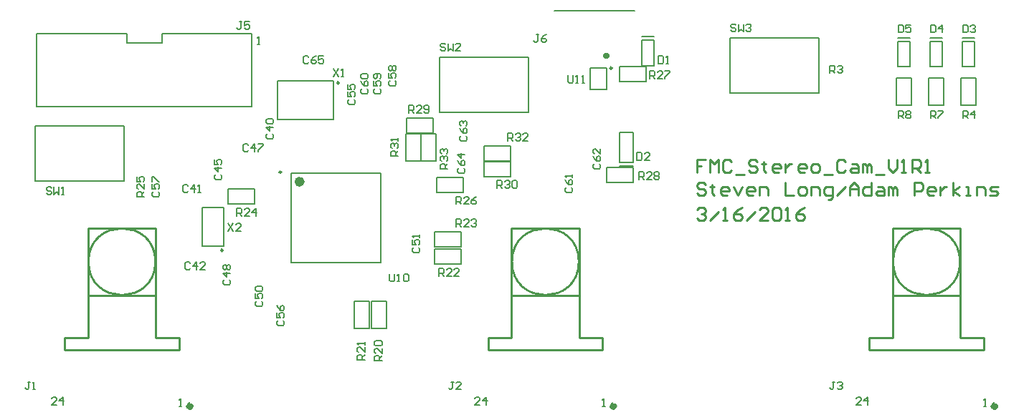
<source format=gto>
G04 Layer_Color=65535*
%FSLAX25Y25*%
%MOIN*%
G70*
G01*
G75*
%ADD29C,0.00800*%
%ADD30C,0.02500*%
%ADD32C,0.01000*%
%ADD33C,0.00700*%
%ADD49C,0.00787*%
%ADD58C,0.00984*%
%ADD59C,0.02362*%
%ADD60C,0.00689*%
%ADD61C,0.02756*%
%ADD62C,0.00600*%
D29*
X47000Y253100D02*
X147000D01*
X88750Y282500D02*
X105250D01*
X47000Y253100D02*
Y286900D01*
X105250D02*
X147000D01*
X47000D02*
X88750D01*
Y282500D02*
Y286900D01*
X105250Y282500D02*
Y286900D01*
X147000Y253100D02*
Y286900D01*
D30*
X118524Y113354D02*
G03*
X118524Y113354I-500J0D01*
G01*
X315374D02*
G03*
X315374Y113354I-500J0D01*
G01*
X492539D02*
G03*
X492539Y113354I-500J0D01*
G01*
D32*
X102079Y180677D02*
G03*
X102079Y180677I-15551J0D01*
G01*
X298929D02*
G03*
X298929Y180677I-15551J0D01*
G01*
X476094D02*
G03*
X476094Y180677I-15551J0D01*
G01*
X70780Y196425D02*
X102276D01*
Y164929D02*
Y196425D01*
X70780Y164929D02*
Y196425D01*
Y164929D02*
X102276D01*
Y145244D02*
X113102D01*
X59953D02*
X70780D01*
X102276D02*
Y164929D01*
X70780Y145244D02*
Y164929D01*
X113102Y139732D02*
Y145244D01*
X59953Y139732D02*
Y145244D01*
Y139732D02*
X113102D01*
X267630Y196425D02*
X299126D01*
Y164929D02*
Y196425D01*
X267630Y164929D02*
Y196425D01*
Y164929D02*
X299126D01*
Y145244D02*
X309953D01*
X256803D02*
X267630D01*
X299126D02*
Y164929D01*
X267630Y145244D02*
Y164929D01*
X309953Y139732D02*
Y145244D01*
X256803Y139732D02*
Y145244D01*
Y139732D02*
X309953D01*
X444795Y196425D02*
X476291D01*
Y164929D02*
Y196425D01*
X444795Y164929D02*
Y196425D01*
Y164929D02*
X476291D01*
Y145244D02*
X487118D01*
X433968D02*
X444795D01*
X476291D02*
Y164929D01*
X444795Y145244D02*
Y164929D01*
X487118Y139732D02*
Y145244D01*
X433968Y139732D02*
Y145244D01*
Y139732D02*
X487118D01*
X357999Y228192D02*
X354000D01*
Y225193D01*
X355999D01*
X354000D01*
Y222194D01*
X359998D02*
Y228192D01*
X361997Y226193D01*
X363997Y228192D01*
Y222194D01*
X369995Y227193D02*
X368995Y228192D01*
X366996D01*
X365996Y227193D01*
Y223194D01*
X366996Y222194D01*
X368995D01*
X369995Y223194D01*
X371994Y221195D02*
X375993D01*
X381991Y227193D02*
X380991Y228192D01*
X378992D01*
X377992Y227193D01*
Y226193D01*
X378992Y225193D01*
X380991D01*
X381991Y224194D01*
Y223194D01*
X380991Y222194D01*
X378992D01*
X377992Y223194D01*
X384990Y227193D02*
Y226193D01*
X383990D01*
X385990D01*
X384990D01*
Y223194D01*
X385990Y222194D01*
X391988D02*
X389988D01*
X388989Y223194D01*
Y225193D01*
X389988Y226193D01*
X391988D01*
X392987Y225193D01*
Y224194D01*
X388989D01*
X394987Y226193D02*
Y222194D01*
Y224194D01*
X395986Y225193D01*
X396986Y226193D01*
X397986D01*
X403984Y222194D02*
X401985D01*
X400985Y223194D01*
Y225193D01*
X401985Y226193D01*
X403984D01*
X404984Y225193D01*
Y224194D01*
X400985D01*
X407982Y222194D02*
X409982D01*
X410982Y223194D01*
Y225193D01*
X409982Y226193D01*
X407982D01*
X406983Y225193D01*
Y223194D01*
X407982Y222194D01*
X412981Y221195D02*
X416980D01*
X422978Y227193D02*
X421978Y228192D01*
X419979D01*
X418979Y227193D01*
Y223194D01*
X419979Y222194D01*
X421978D01*
X422978Y223194D01*
X425977Y226193D02*
X427976D01*
X428976Y225193D01*
Y222194D01*
X425977D01*
X424977Y223194D01*
X425977Y224194D01*
X428976D01*
X430975Y222194D02*
Y226193D01*
X431975D01*
X432974Y225193D01*
Y222194D01*
Y225193D01*
X433974Y226193D01*
X434974Y225193D01*
Y222194D01*
X436973Y221195D02*
X440972D01*
X442971Y228192D02*
Y224194D01*
X444971Y222194D01*
X446970Y224194D01*
Y228192D01*
X448969Y222194D02*
X450969D01*
X449969D01*
Y228192D01*
X448969Y227193D01*
X453968Y222194D02*
Y228192D01*
X456967D01*
X457966Y227193D01*
Y225193D01*
X456967Y224194D01*
X453968D01*
X455967D02*
X457966Y222194D01*
X459966D02*
X461965D01*
X460965D01*
Y228192D01*
X459966Y227193D01*
X357999Y216595D02*
X356999Y217595D01*
X355000D01*
X354000Y216595D01*
Y215596D01*
X355000Y214596D01*
X356999D01*
X357999Y213596D01*
Y212597D01*
X356999Y211597D01*
X355000D01*
X354000Y212597D01*
X360998Y216595D02*
Y215596D01*
X359998D01*
X361997D01*
X360998D01*
Y212597D01*
X361997Y211597D01*
X367996D02*
X365996D01*
X364996Y212597D01*
Y214596D01*
X365996Y215596D01*
X367996D01*
X368995Y214596D01*
Y213596D01*
X364996D01*
X370994Y215596D02*
X372994Y211597D01*
X374993Y215596D01*
X379992Y211597D02*
X377992D01*
X376993Y212597D01*
Y214596D01*
X377992Y215596D01*
X379992D01*
X380991Y214596D01*
Y213596D01*
X376993D01*
X382991Y211597D02*
Y215596D01*
X385990D01*
X386989Y214596D01*
Y211597D01*
X394987Y217595D02*
Y211597D01*
X398985D01*
X401985D02*
X403984D01*
X404984Y212597D01*
Y214596D01*
X403984Y215596D01*
X401985D01*
X400985Y214596D01*
Y212597D01*
X401985Y211597D01*
X406983D02*
Y215596D01*
X409982D01*
X410982Y214596D01*
Y211597D01*
X414980Y209598D02*
X415980D01*
X416980Y210597D01*
Y215596D01*
X413981D01*
X412981Y214596D01*
Y212597D01*
X413981Y211597D01*
X416980D01*
X418979D02*
X422978Y215596D01*
X424977Y211597D02*
Y215596D01*
X426976Y217595D01*
X428976Y215596D01*
Y211597D01*
Y214596D01*
X424977D01*
X434974Y217595D02*
Y211597D01*
X431975D01*
X430975Y212597D01*
Y214596D01*
X431975Y215596D01*
X434974D01*
X437973D02*
X439972D01*
X440972Y214596D01*
Y211597D01*
X437973D01*
X436973Y212597D01*
X437973Y213596D01*
X440972D01*
X442971Y211597D02*
Y215596D01*
X443971D01*
X444971Y214596D01*
Y211597D01*
Y214596D01*
X445970Y215596D01*
X446970Y214596D01*
Y211597D01*
X454967D02*
Y217595D01*
X457966D01*
X458966Y216595D01*
Y214596D01*
X457966Y213596D01*
X454967D01*
X463964Y211597D02*
X461965D01*
X460965Y212597D01*
Y214596D01*
X461965Y215596D01*
X463964D01*
X464964Y214596D01*
Y213596D01*
X460965D01*
X466963Y215596D02*
Y211597D01*
Y213596D01*
X467963Y214596D01*
X468963Y215596D01*
X469963D01*
X472962Y211597D02*
Y217595D01*
Y213596D02*
X475960Y215596D01*
X472962Y213596D02*
X475960Y211597D01*
X478960D02*
X480959D01*
X479959D01*
Y215596D01*
X478960D01*
X483958Y211597D02*
Y215596D01*
X486957D01*
X487957Y214596D01*
Y211597D01*
X489956D02*
X492955D01*
X493955Y212597D01*
X492955Y213596D01*
X490956D01*
X489956Y214596D01*
X490956Y215596D01*
X493955D01*
X354000Y204998D02*
X355000Y205998D01*
X356999D01*
X357999Y204998D01*
Y203999D01*
X356999Y202999D01*
X355999D01*
X356999D01*
X357999Y201999D01*
Y201000D01*
X356999Y200000D01*
X355000D01*
X354000Y201000D01*
X359998Y200000D02*
X363997Y203999D01*
X365996Y200000D02*
X367996D01*
X366996D01*
Y205998D01*
X365996Y204998D01*
X374993Y205998D02*
X372994Y204998D01*
X370994Y202999D01*
Y201000D01*
X371994Y200000D01*
X373993D01*
X374993Y201000D01*
Y201999D01*
X373993Y202999D01*
X370994D01*
X376993Y200000D02*
X380991Y203999D01*
X386989Y200000D02*
X382991D01*
X386989Y203999D01*
Y204998D01*
X385990Y205998D01*
X383990D01*
X382991Y204998D01*
X388989D02*
X389988Y205998D01*
X391988D01*
X392987Y204998D01*
Y201000D01*
X391988Y200000D01*
X389988D01*
X388989Y201000D01*
Y204998D01*
X394987Y200000D02*
X396986D01*
X395986D01*
Y205998D01*
X394987Y204998D01*
X403984Y205998D02*
X401985Y204998D01*
X399985Y202999D01*
Y201000D01*
X400985Y200000D01*
X402984D01*
X403984Y201000D01*
Y201999D01*
X402984Y202999D01*
X399985D01*
D33*
X430111Y114054D02*
X427779D01*
X430111Y116387D01*
Y116970D01*
X429528Y117553D01*
X428362D01*
X427779Y116970D01*
X433027Y114054D02*
Y117553D01*
X431278Y115804D01*
X433610D01*
X252946Y114054D02*
X250613D01*
X252946Y116387D01*
Y116970D01*
X252363Y117553D01*
X251197D01*
X250613Y116970D01*
X255862Y114054D02*
Y117553D01*
X254112Y115804D01*
X256445D01*
X56096Y114054D02*
X53763D01*
X56096Y116387D01*
Y116970D01*
X55512Y117553D01*
X54346D01*
X53763Y116970D01*
X59011Y114054D02*
Y117553D01*
X57262Y115804D01*
X59594D01*
X371933Y290816D02*
X371349Y291399D01*
X370183D01*
X369600Y290816D01*
Y290233D01*
X370183Y289649D01*
X371349D01*
X371933Y289066D01*
Y288483D01*
X371349Y287900D01*
X370183D01*
X369600Y288483D01*
X373099Y291399D02*
Y287900D01*
X374265Y289066D01*
X375431Y287900D01*
Y291399D01*
X376598Y290816D02*
X377181Y291399D01*
X378347D01*
X378930Y290816D01*
Y290233D01*
X378347Y289649D01*
X377764D01*
X378347D01*
X378930Y289066D01*
Y288483D01*
X378347Y287900D01*
X377181D01*
X376598Y288483D01*
X447500Y247500D02*
Y250999D01*
X449249D01*
X449833Y250416D01*
Y249249D01*
X449249Y248666D01*
X447500D01*
X448666D02*
X449833Y247500D01*
X450999Y250416D02*
X451582Y250999D01*
X452748D01*
X453332Y250416D01*
Y249833D01*
X452748Y249249D01*
X453332Y248666D01*
Y248083D01*
X452748Y247500D01*
X451582D01*
X450999Y248083D01*
Y248666D01*
X451582Y249249D01*
X450999Y249833D01*
Y250416D01*
X451582Y249249D02*
X452748D01*
X462500Y247500D02*
Y250999D01*
X464249D01*
X464833Y250416D01*
Y249249D01*
X464249Y248666D01*
X462500D01*
X463666D02*
X464833Y247500D01*
X465999Y250999D02*
X468331D01*
Y250416D01*
X465999Y248083D01*
Y247500D01*
X477500D02*
Y250999D01*
X479249D01*
X479833Y250416D01*
Y249249D01*
X479249Y248666D01*
X477500D01*
X478666D02*
X479833Y247500D01*
X482748D02*
Y250999D01*
X480999Y249249D01*
X483331D01*
X415600Y268600D02*
Y272099D01*
X417349D01*
X417933Y271516D01*
Y270349D01*
X417349Y269766D01*
X415600D01*
X416766D02*
X417933Y268600D01*
X419099Y271516D02*
X419682Y272099D01*
X420848D01*
X421431Y271516D01*
Y270933D01*
X420848Y270349D01*
X420265D01*
X420848D01*
X421431Y269766D01*
Y269183D01*
X420848Y268600D01*
X419682D01*
X419099Y269183D01*
X447500Y290999D02*
Y287500D01*
X449249D01*
X449833Y288083D01*
Y290416D01*
X449249Y290999D01*
X447500D01*
X453332D02*
X450999D01*
Y289249D01*
X452165Y289833D01*
X452748D01*
X453332Y289249D01*
Y288083D01*
X452748Y287500D01*
X451582D01*
X450999Y288083D01*
X462500Y290999D02*
Y287500D01*
X464249D01*
X464833Y288083D01*
Y290416D01*
X464249Y290999D01*
X462500D01*
X467748Y287500D02*
Y290999D01*
X465999Y289249D01*
X468331D01*
X477500Y290999D02*
Y287500D01*
X479249D01*
X479833Y288083D01*
Y290416D01*
X479249Y290999D01*
X477500D01*
X480999Y290416D02*
X481582Y290999D01*
X482748D01*
X483331Y290416D01*
Y289833D01*
X482748Y289249D01*
X482165D01*
X482748D01*
X483331Y288666D01*
Y288083D01*
X482748Y287500D01*
X481582D01*
X480999Y288083D01*
X173333Y275916D02*
X172749Y276499D01*
X171583D01*
X171000Y275916D01*
Y273583D01*
X171583Y273000D01*
X172749D01*
X173333Y273583D01*
X176831Y276499D02*
X175665Y275916D01*
X174499Y274749D01*
Y273583D01*
X175082Y273000D01*
X176248D01*
X176831Y273583D01*
Y274166D01*
X176248Y274749D01*
X174499D01*
X180330Y276499D02*
X177998D01*
Y274749D01*
X179164Y275333D01*
X179747D01*
X180330Y274749D01*
Y273583D01*
X179747Y273000D01*
X178581D01*
X177998Y273583D01*
X136000Y198499D02*
X138333Y195000D01*
Y198499D02*
X136000Y195000D01*
X141831D02*
X139499D01*
X141831Y197333D01*
Y197916D01*
X141248Y198499D01*
X140082D01*
X139499Y197916D01*
X185000Y270499D02*
X187333Y267000D01*
Y270499D02*
X185000Y267000D01*
X188499D02*
X189665D01*
X189082D01*
Y270499D01*
X188499Y269916D01*
X211000Y174999D02*
Y172083D01*
X211583Y171500D01*
X212749D01*
X213333Y172083D01*
Y174999D01*
X214499Y171500D02*
X215665D01*
X215082D01*
Y174999D01*
X214499Y174416D01*
X217415D02*
X217998Y174999D01*
X219164D01*
X219747Y174416D01*
Y172083D01*
X219164Y171500D01*
X217998D01*
X217415Y172083D01*
Y174416D01*
X199500Y135000D02*
X196001D01*
Y136749D01*
X196584Y137333D01*
X197751D01*
X198334Y136749D01*
Y135000D01*
Y136166D02*
X199500Y137333D01*
Y140831D02*
Y138499D01*
X197167Y140831D01*
X196584D01*
X196001Y140248D01*
Y139082D01*
X196584Y138499D01*
X199500Y141998D02*
Y143164D01*
Y142581D01*
X196001D01*
X196584Y141998D01*
X207500Y134500D02*
X204001D01*
Y136249D01*
X204584Y136833D01*
X205751D01*
X206334Y136249D01*
Y134500D01*
Y135666D02*
X207500Y136833D01*
Y140331D02*
Y137999D01*
X205167Y140331D01*
X204584D01*
X204001Y139748D01*
Y138582D01*
X204584Y137999D01*
Y141498D02*
X204001Y142081D01*
Y143247D01*
X204584Y143830D01*
X206917D01*
X207500Y143247D01*
Y142081D01*
X206917Y141498D01*
X204584D01*
X234000Y174000D02*
Y177499D01*
X235749D01*
X236333Y176916D01*
Y175749D01*
X235749Y175166D01*
X234000D01*
X235166D02*
X236333Y174000D01*
X239831D02*
X237499D01*
X239831Y176333D01*
Y176916D01*
X239248Y177499D01*
X238082D01*
X237499Y176916D01*
X243330Y174000D02*
X240998D01*
X243330Y176333D01*
Y176916D01*
X242747Y177499D01*
X241581D01*
X240998Y176916D01*
X242000Y197000D02*
Y200499D01*
X243749D01*
X244333Y199916D01*
Y198749D01*
X243749Y198166D01*
X242000D01*
X243166D02*
X244333Y197000D01*
X247831D02*
X245499D01*
X247831Y199333D01*
Y199916D01*
X247248Y200499D01*
X246082D01*
X245499Y199916D01*
X248998D02*
X249581Y200499D01*
X250747D01*
X251330Y199916D01*
Y199333D01*
X250747Y198749D01*
X250164D01*
X250747D01*
X251330Y198166D01*
Y197583D01*
X250747Y197000D01*
X249581D01*
X248998Y197583D01*
X417876Y124759D02*
X416710D01*
X417293D01*
Y121843D01*
X416710Y121260D01*
X416126D01*
X415543Y121843D01*
X419042Y124176D02*
X419625Y124759D01*
X420792D01*
X421375Y124176D01*
Y123592D01*
X420792Y123009D01*
X420209D01*
X420792D01*
X421375Y122426D01*
Y121843D01*
X420792Y121260D01*
X419625D01*
X419042Y121843D01*
X240710Y124759D02*
X239544D01*
X240127D01*
Y121843D01*
X239544Y121260D01*
X238961D01*
X238378Y121843D01*
X244209Y121260D02*
X241877D01*
X244209Y123592D01*
Y124176D01*
X243626Y124759D01*
X242460D01*
X241877Y124176D01*
X43860Y124759D02*
X42694D01*
X43277D01*
Y121843D01*
X42694Y121260D01*
X42111D01*
X41528Y121843D01*
X45026Y121260D02*
X46193D01*
X45610D01*
Y124759D01*
X45026Y124176D01*
X204084Y261333D02*
X203501Y260749D01*
Y259583D01*
X204084Y259000D01*
X206417D01*
X207000Y259583D01*
Y260749D01*
X206417Y261333D01*
X203501Y264831D02*
Y262499D01*
X205251D01*
X204667Y263665D01*
Y264248D01*
X205251Y264831D01*
X206417D01*
X207000Y264248D01*
Y263082D01*
X206417Y262499D01*
Y265998D02*
X207000Y266581D01*
Y267747D01*
X206417Y268330D01*
X204084D01*
X203501Y267747D01*
Y266581D01*
X204084Y265998D01*
X204667D01*
X205251Y266581D01*
Y268330D01*
X211084Y265073D02*
X210501Y264490D01*
Y263323D01*
X211084Y262740D01*
X213417D01*
X214000Y263323D01*
Y264490D01*
X213417Y265073D01*
X210501Y268572D02*
Y266239D01*
X212251D01*
X211667Y267405D01*
Y267988D01*
X212251Y268572D01*
X213417D01*
X214000Y267988D01*
Y266822D01*
X213417Y266239D01*
X211084Y269738D02*
X210501Y270321D01*
Y271487D01*
X211084Y272071D01*
X211667D01*
X212251Y271487D01*
X212834Y272071D01*
X213417D01*
X214000Y271487D01*
Y270321D01*
X213417Y269738D01*
X212834D01*
X212251Y270321D01*
X211667Y269738D01*
X211084D01*
X212251Y270321D02*
Y271487D01*
X293084Y215333D02*
X292501Y214749D01*
Y213583D01*
X293084Y213000D01*
X295417D01*
X296000Y213583D01*
Y214749D01*
X295417Y215333D01*
X292501Y218831D02*
X293084Y217665D01*
X294251Y216499D01*
X295417D01*
X296000Y217082D01*
Y218248D01*
X295417Y218831D01*
X294834D01*
X294251Y218248D01*
Y216499D01*
X296000Y219998D02*
Y221164D01*
Y220581D01*
X292501D01*
X293084Y219998D01*
X306084Y226333D02*
X305501Y225749D01*
Y224583D01*
X306084Y224000D01*
X308417D01*
X309000Y224583D01*
Y225749D01*
X308417Y226333D01*
X305501Y229831D02*
X306084Y228665D01*
X307251Y227499D01*
X308417D01*
X309000Y228082D01*
Y229248D01*
X308417Y229831D01*
X307834D01*
X307251Y229248D01*
Y227499D01*
X309000Y233330D02*
Y230998D01*
X306667Y233330D01*
X306084D01*
X305501Y232747D01*
Y231581D01*
X306084Y230998D01*
X243084Y224333D02*
X242501Y223749D01*
Y222583D01*
X243084Y222000D01*
X245417D01*
X246000Y222583D01*
Y223749D01*
X245417Y224333D01*
X242501Y227831D02*
X243084Y226665D01*
X244251Y225499D01*
X245417D01*
X246000Y226082D01*
Y227248D01*
X245417Y227831D01*
X244834D01*
X244251Y227248D01*
Y225499D01*
X246000Y230747D02*
X242501D01*
X244251Y228998D01*
Y231330D01*
X244084Y239333D02*
X243501Y238749D01*
Y237583D01*
X244084Y237000D01*
X246417D01*
X247000Y237583D01*
Y238749D01*
X246417Y239333D01*
X243501Y242831D02*
X244084Y241665D01*
X245251Y240499D01*
X246417D01*
X247000Y241082D01*
Y242248D01*
X246417Y242831D01*
X245834D01*
X245251Y242248D01*
Y240499D01*
X244084Y243998D02*
X243501Y244581D01*
Y245747D01*
X244084Y246330D01*
X244667D01*
X245251Y245747D01*
Y245164D01*
Y245747D01*
X245834Y246330D01*
X246417D01*
X247000Y245747D01*
Y244581D01*
X246417Y243998D01*
X101084Y213333D02*
X100501Y212749D01*
Y211583D01*
X101084Y211000D01*
X103417D01*
X104000Y211583D01*
Y212749D01*
X103417Y213333D01*
X100501Y216831D02*
Y214499D01*
X102251D01*
X101667Y215665D01*
Y216248D01*
X102251Y216831D01*
X103417D01*
X104000Y216248D01*
Y215082D01*
X103417Y214499D01*
X100501Y217998D02*
Y220330D01*
X101084D01*
X103417Y217998D01*
X104000D01*
X159084Y153333D02*
X158501Y152749D01*
Y151583D01*
X159084Y151000D01*
X161417D01*
X162000Y151583D01*
Y152749D01*
X161417Y153333D01*
X158501Y156831D02*
Y154499D01*
X160251D01*
X159667Y155665D01*
Y156248D01*
X160251Y156831D01*
X161417D01*
X162000Y156248D01*
Y155082D01*
X161417Y154499D01*
X158501Y160330D02*
X159084Y159164D01*
X160251Y157998D01*
X161417D01*
X162000Y158581D01*
Y159747D01*
X161417Y160330D01*
X160834D01*
X160251Y159747D01*
Y157998D01*
X222084Y187333D02*
X221501Y186749D01*
Y185583D01*
X222084Y185000D01*
X224417D01*
X225000Y185583D01*
Y186749D01*
X224417Y187333D01*
X221501Y190831D02*
Y188499D01*
X223251D01*
X222667Y189665D01*
Y190248D01*
X223251Y190831D01*
X224417D01*
X225000Y190248D01*
Y189082D01*
X224417Y188499D01*
X225000Y191998D02*
Y193164D01*
Y192581D01*
X221501D01*
X222084Y191998D01*
X145333Y234916D02*
X144749Y235499D01*
X143583D01*
X143000Y234916D01*
Y232583D01*
X143583Y232000D01*
X144749D01*
X145333Y232583D01*
X148248Y232000D02*
Y235499D01*
X146499Y233749D01*
X148831D01*
X149998Y235499D02*
X152330D01*
Y234916D01*
X149998Y232583D01*
Y232000D01*
X130084Y221333D02*
X129501Y220749D01*
Y219583D01*
X130084Y219000D01*
X132417D01*
X133000Y219583D01*
Y220749D01*
X132417Y221333D01*
X133000Y224248D02*
X129501D01*
X131251Y222499D01*
Y224831D01*
X129501Y228330D02*
Y225998D01*
X131251D01*
X130667Y227164D01*
Y227747D01*
X131251Y228330D01*
X132417D01*
X133000Y227747D01*
Y226581D01*
X132417Y225998D01*
X149084Y162333D02*
X148501Y161749D01*
Y160583D01*
X149084Y160000D01*
X151417D01*
X152000Y160583D01*
Y161749D01*
X151417Y162333D01*
X148501Y165831D02*
Y163499D01*
X150251D01*
X149667Y164665D01*
Y165248D01*
X150251Y165831D01*
X151417D01*
X152000Y165248D01*
Y164082D01*
X151417Y163499D01*
X149084Y166998D02*
X148501Y167581D01*
Y168747D01*
X149084Y169330D01*
X151417D01*
X152000Y168747D01*
Y167581D01*
X151417Y166998D01*
X149084D01*
X134084Y172333D02*
X133501Y171749D01*
Y170583D01*
X134084Y170000D01*
X136417D01*
X137000Y170583D01*
Y171749D01*
X136417Y172333D01*
X137000Y175248D02*
X133501D01*
X135251Y173499D01*
Y175831D01*
X134084Y176998D02*
X133501Y177581D01*
Y178747D01*
X134084Y179330D01*
X134667D01*
X135251Y178747D01*
X135834Y179330D01*
X136417D01*
X137000Y178747D01*
Y177581D01*
X136417Y176998D01*
X135834D01*
X135251Y177581D01*
X134667Y176998D01*
X134084D01*
X135251Y177581D02*
Y178747D01*
X198084Y261333D02*
X197501Y260749D01*
Y259583D01*
X198084Y259000D01*
X200417D01*
X201000Y259583D01*
Y260749D01*
X200417Y261333D01*
X197501Y264831D02*
X198084Y263665D01*
X199251Y262499D01*
X200417D01*
X201000Y263082D01*
Y264248D01*
X200417Y264831D01*
X199834D01*
X199251Y264248D01*
Y262499D01*
X198084Y265998D02*
X197501Y266581D01*
Y267747D01*
X198084Y268330D01*
X200417D01*
X201000Y267747D01*
Y266581D01*
X200417Y265998D01*
X198084D01*
X192084Y256333D02*
X191501Y255749D01*
Y254583D01*
X192084Y254000D01*
X194417D01*
X195000Y254583D01*
Y255749D01*
X194417Y256333D01*
X191501Y259831D02*
Y257499D01*
X193251D01*
X192667Y258665D01*
Y259248D01*
X193251Y259831D01*
X194417D01*
X195000Y259248D01*
Y258082D01*
X194417Y257499D01*
X191501Y263330D02*
Y260998D01*
X193251D01*
X192667Y262164D01*
Y262747D01*
X193251Y263330D01*
X194417D01*
X195000Y262747D01*
Y261581D01*
X194417Y260998D01*
X336000Y276499D02*
Y273000D01*
X337749D01*
X338333Y273583D01*
Y275916D01*
X337749Y276499D01*
X336000D01*
X339499Y273000D02*
X340665D01*
X340082D01*
Y276499D01*
X339499Y275916D01*
X326000Y231499D02*
Y228000D01*
X327749D01*
X328333Y228583D01*
Y230916D01*
X327749Y231499D01*
X326000D01*
X331831Y228000D02*
X329499D01*
X331831Y230333D01*
Y230916D01*
X331248Y231499D01*
X330082D01*
X329499Y230916D01*
X280333Y286499D02*
X279166D01*
X279749D01*
Y283583D01*
X279166Y283000D01*
X278583D01*
X278000Y283583D01*
X283831Y286499D02*
X282665Y285916D01*
X281499Y284749D01*
Y283583D01*
X282082Y283000D01*
X283248D01*
X283831Y283583D01*
Y284166D01*
X283248Y284749D01*
X281499D01*
X142333Y292499D02*
X141166D01*
X141749D01*
Y289583D01*
X141166Y289000D01*
X140583D01*
X140000Y289583D01*
X145831Y292499D02*
X143499D01*
Y290749D01*
X144665Y291333D01*
X145248D01*
X145831Y290749D01*
Y289583D01*
X145248Y289000D01*
X144082D01*
X143499Y289583D01*
X215000Y230000D02*
X211501D01*
Y231749D01*
X212084Y232333D01*
X213251D01*
X213834Y231749D01*
Y230000D01*
Y231166D02*
X215000Y232333D01*
X212084Y233499D02*
X211501Y234082D01*
Y235248D01*
X212084Y235831D01*
X212667D01*
X213251Y235248D01*
Y234665D01*
Y235248D01*
X213834Y235831D01*
X214417D01*
X215000Y235248D01*
Y234082D01*
X214417Y233499D01*
X215000Y236998D02*
Y238164D01*
Y237581D01*
X211501D01*
X212084Y236998D01*
X220000Y250000D02*
Y253499D01*
X221749D01*
X222333Y252916D01*
Y251749D01*
X221749Y251166D01*
X220000D01*
X221166D02*
X222333Y250000D01*
X225831D02*
X223499D01*
X225831Y252333D01*
Y252916D01*
X225248Y253499D01*
X224082D01*
X223499Y252916D01*
X226998Y250583D02*
X227581Y250000D01*
X228747D01*
X229330Y250583D01*
Y252916D01*
X228747Y253499D01*
X227581D01*
X226998Y252916D01*
Y252333D01*
X227581Y251749D01*
X229330D01*
X242000Y207500D02*
Y210999D01*
X243749D01*
X244333Y210416D01*
Y209249D01*
X243749Y208666D01*
X242000D01*
X243166D02*
X244333Y207500D01*
X247831D02*
X245499D01*
X247831Y209833D01*
Y210416D01*
X247248Y210999D01*
X246082D01*
X245499Y210416D01*
X251330Y210999D02*
X250164Y210416D01*
X248998Y209249D01*
Y208083D01*
X249581Y207500D01*
X250747D01*
X251330Y208083D01*
Y208666D01*
X250747Y209249D01*
X248998D01*
X97000Y211000D02*
X93501D01*
Y212749D01*
X94084Y213333D01*
X95251D01*
X95834Y212749D01*
Y211000D01*
Y212166D02*
X97000Y213333D01*
Y216831D02*
Y214499D01*
X94667Y216831D01*
X94084D01*
X93501Y216248D01*
Y215082D01*
X94084Y214499D01*
X93501Y220330D02*
Y217998D01*
X95251D01*
X94667Y219164D01*
Y219747D01*
X95251Y220330D01*
X96417D01*
X97000Y219747D01*
Y218581D01*
X96417Y217998D01*
X140000Y202000D02*
Y205499D01*
X141749D01*
X142333Y204916D01*
Y203749D01*
X141749Y203166D01*
X140000D01*
X141166D02*
X142333Y202000D01*
X145831D02*
X143499D01*
X145831Y204333D01*
Y204916D01*
X145248Y205499D01*
X144082D01*
X143499Y204916D01*
X148747Y202000D02*
Y205499D01*
X146998Y203749D01*
X149330D01*
X332000Y266000D02*
Y269499D01*
X333749D01*
X334333Y268916D01*
Y267749D01*
X333749Y267166D01*
X332000D01*
X333166D02*
X334333Y266000D01*
X337831D02*
X335499D01*
X337831Y268333D01*
Y268916D01*
X337248Y269499D01*
X336082D01*
X335499Y268916D01*
X338998Y269499D02*
X341330D01*
Y268916D01*
X338998Y266583D01*
Y266000D01*
X327000Y219000D02*
Y222499D01*
X328749D01*
X329333Y221916D01*
Y220749D01*
X328749Y220166D01*
X327000D01*
X328166D02*
X329333Y219000D01*
X332831D02*
X330499D01*
X332831Y221333D01*
Y221916D01*
X332248Y222499D01*
X331082D01*
X330499Y221916D01*
X333998D02*
X334581Y222499D01*
X335747D01*
X336330Y221916D01*
Y221333D01*
X335747Y220749D01*
X336330Y220166D01*
Y219583D01*
X335747Y219000D01*
X334581D01*
X333998Y219583D01*
Y220166D01*
X334581Y220749D01*
X333998Y221333D01*
Y221916D01*
X334581Y220749D02*
X335747D01*
X261000Y215000D02*
Y218499D01*
X262749D01*
X263333Y217916D01*
Y216749D01*
X262749Y216166D01*
X261000D01*
X262166D02*
X263333Y215000D01*
X264499Y217916D02*
X265082Y218499D01*
X266248D01*
X266831Y217916D01*
Y217333D01*
X266248Y216749D01*
X265665D01*
X266248D01*
X266831Y216166D01*
Y215583D01*
X266248Y215000D01*
X265082D01*
X264499Y215583D01*
X267998Y217916D02*
X268581Y218499D01*
X269747D01*
X270330Y217916D01*
Y215583D01*
X269747Y215000D01*
X268581D01*
X267998Y215583D01*
Y217916D01*
X266000Y237000D02*
Y240499D01*
X267749D01*
X268333Y239916D01*
Y238749D01*
X267749Y238166D01*
X266000D01*
X267166D02*
X268333Y237000D01*
X269499Y239916D02*
X270082Y240499D01*
X271248D01*
X271831Y239916D01*
Y239333D01*
X271248Y238749D01*
X270665D01*
X271248D01*
X271831Y238166D01*
Y237583D01*
X271248Y237000D01*
X270082D01*
X269499Y237583D01*
X275330Y237000D02*
X272998D01*
X275330Y239333D01*
Y239916D01*
X274747Y240499D01*
X273581D01*
X272998Y239916D01*
X238000Y224000D02*
X234501D01*
Y225749D01*
X235084Y226333D01*
X236251D01*
X236834Y225749D01*
Y224000D01*
Y225166D02*
X238000Y226333D01*
X235084Y227499D02*
X234501Y228082D01*
Y229248D01*
X235084Y229831D01*
X235667D01*
X236251Y229248D01*
Y228665D01*
Y229248D01*
X236834Y229831D01*
X237417D01*
X238000Y229248D01*
Y228082D01*
X237417Y227499D01*
X235084Y230998D02*
X234501Y231581D01*
Y232747D01*
X235084Y233330D01*
X235667D01*
X236251Y232747D01*
Y232164D01*
Y232747D01*
X236834Y233330D01*
X237417D01*
X238000Y232747D01*
Y231581D01*
X237417Y230998D01*
X294000Y267499D02*
Y264583D01*
X294583Y264000D01*
X295749D01*
X296333Y264583D01*
Y267499D01*
X297499Y264000D02*
X298665D01*
X298082D01*
Y267499D01*
X297499Y266916D01*
X300415Y264000D02*
X301581D01*
X300998D01*
Y267499D01*
X300415Y266916D01*
X117333Y215916D02*
X116749Y216499D01*
X115583D01*
X115000Y215916D01*
Y213583D01*
X115583Y213000D01*
X116749D01*
X117333Y213583D01*
X120248Y213000D02*
Y216499D01*
X118499Y214749D01*
X120831D01*
X121998Y213000D02*
X123164D01*
X122581D01*
Y216499D01*
X121998Y215916D01*
X118333Y179916D02*
X117749Y180499D01*
X116583D01*
X116000Y179916D01*
Y177583D01*
X116583Y177000D01*
X117749D01*
X118333Y177583D01*
X121248Y177000D02*
Y180499D01*
X119499Y178749D01*
X121831D01*
X125330Y177000D02*
X122998D01*
X125330Y179333D01*
Y179916D01*
X124747Y180499D01*
X123581D01*
X122998Y179916D01*
X154084Y240333D02*
X153501Y239749D01*
Y238583D01*
X154084Y238000D01*
X156417D01*
X157000Y238583D01*
Y239749D01*
X156417Y240333D01*
X157000Y243248D02*
X153501D01*
X155251Y241499D01*
Y243831D01*
X154084Y244998D02*
X153501Y245581D01*
Y246747D01*
X154084Y247330D01*
X156417D01*
X157000Y246747D01*
Y245581D01*
X156417Y244998D01*
X154084D01*
X236933Y281816D02*
X236349Y282399D01*
X235183D01*
X234600Y281816D01*
Y281233D01*
X235183Y280649D01*
X236349D01*
X236933Y280066D01*
Y279483D01*
X236349Y278900D01*
X235183D01*
X234600Y279483D01*
X238099Y282399D02*
Y278900D01*
X239265Y280066D01*
X240431Y278900D01*
Y282399D01*
X243930Y278900D02*
X241598D01*
X243930Y281233D01*
Y281816D01*
X243347Y282399D01*
X242181D01*
X241598Y281816D01*
X53833Y214916D02*
X53249Y215499D01*
X52083D01*
X51500Y214916D01*
Y214333D01*
X52083Y213749D01*
X53249D01*
X53833Y213166D01*
Y212583D01*
X53249Y212000D01*
X52083D01*
X51500Y212583D01*
X54999Y215499D02*
Y212000D01*
X56165Y213166D01*
X57331Y212000D01*
Y215499D01*
X58498Y212000D02*
X59664D01*
X59081D01*
Y215499D01*
X58498Y214916D01*
X487118Y113354D02*
X488284D01*
X487701D01*
Y116853D01*
X487118Y116270D01*
X309953Y113354D02*
X311119D01*
X310536D01*
Y116853D01*
X309953Y116270D01*
X113102Y113354D02*
X114269D01*
X113686D01*
Y116853D01*
X113102Y116270D01*
X149500Y282000D02*
X150666D01*
X150083D01*
Y285499D01*
X149500Y284916D01*
D49*
X185000Y247000D02*
Y265000D01*
X159000D02*
X185000D01*
X159000Y247000D02*
X185000D01*
X159000D02*
Y265000D01*
X46331Y242811D02*
Y243795D01*
X87669D01*
Y218205D02*
Y243795D01*
X46331Y218205D02*
X87669D01*
X46331D02*
Y242811D01*
X234331Y274811D02*
Y275795D01*
X275669D01*
Y250205D02*
Y275795D01*
X234331Y250205D02*
X275669D01*
X234331D02*
Y274811D01*
X410669Y259205D02*
Y260189D01*
X369331Y259205D02*
X410669D01*
X369331D02*
Y284795D01*
X410669D01*
Y260189D02*
Y284795D01*
X124000Y188000D02*
Y206000D01*
X134000Y188000D02*
Y206000D01*
X124000Y188000D02*
X134000D01*
X124000Y206000D02*
X134000D01*
X165134Y180134D02*
X206866D01*
X165134Y221866D02*
X206866D01*
Y180134D02*
Y221866D01*
X165134Y180134D02*
Y221866D01*
X328244Y285480D02*
X333756D01*
X328244Y272094D02*
Y283906D01*
X333756D01*
Y272094D02*
Y283906D01*
X328244Y272094D02*
X333756D01*
X477244Y284980D02*
X482756D01*
X477244Y271595D02*
Y283405D01*
X482756D01*
Y271595D02*
Y283405D01*
X477244Y271595D02*
X482756D01*
X462244Y284980D02*
X467756D01*
X462244Y271595D02*
Y283405D01*
X467756D01*
Y271595D02*
Y283405D01*
X462244Y271595D02*
X467756D01*
X447244Y284980D02*
X452756D01*
X447244Y271595D02*
Y283405D01*
X452756D01*
Y271595D02*
Y283405D01*
X447244Y271595D02*
X452756D01*
X317850Y225339D02*
X324150D01*
Y226913D02*
Y241087D01*
X317850D02*
X324150D01*
X317850Y226913D02*
Y241087D01*
Y226913D02*
X324150D01*
X311937Y261079D02*
Y262063D01*
X304063Y261079D02*
X311937D01*
X304063D02*
Y270921D01*
X311937D01*
Y262063D02*
Y270921D01*
D58*
X187492Y264000D02*
G03*
X187492Y264000I-492J0D01*
G01*
X133493Y186000D02*
G03*
X133493Y186000I-492J0D01*
G01*
X160606Y222457D02*
G03*
X160606Y222457I-492J0D01*
G01*
X314398Y270921D02*
G03*
X314398Y270921I-492J0D01*
G01*
D59*
X170252Y217929D02*
G03*
X170252Y217929I-1181J0D01*
G01*
D60*
X287378Y297748D02*
X324780D01*
D61*
X311600Y276600D02*
X312000D01*
D62*
X225457Y227701D02*
X232543D01*
Y240299D01*
X225457D02*
X232543D01*
X225457Y227701D02*
Y240299D01*
X254701Y227410D02*
Y234496D01*
Y227410D02*
X267299D01*
Y234496D01*
X254701D02*
X267299D01*
X254701Y220409D02*
Y227496D01*
Y220409D02*
X267299D01*
Y227496D01*
X254701D02*
X267299D01*
X311701Y217457D02*
Y224543D01*
Y217457D02*
X324299D01*
Y224543D01*
X311701D02*
X324299D01*
X330299Y264457D02*
Y271543D01*
X317701D02*
X330299D01*
X317701Y264457D02*
Y271543D01*
Y264457D02*
X330299D01*
X148299Y207457D02*
Y214543D01*
X135701D02*
X148299D01*
X135701Y207457D02*
Y214543D01*
Y207457D02*
X148299D01*
X245299Y212957D02*
Y220043D01*
X232701D02*
X245299D01*
X232701Y212957D02*
Y220043D01*
Y212957D02*
X245299D01*
X218701Y240457D02*
Y247543D01*
Y240457D02*
X231299D01*
Y247543D01*
X218701D02*
X231299D01*
X218457Y227701D02*
X225543D01*
Y240299D01*
X218457D02*
X225543D01*
X218457Y227701D02*
Y240299D01*
X231701Y187457D02*
Y194543D01*
Y187457D02*
X244299D01*
Y194543D01*
X231701D02*
X244299D01*
X231701Y179457D02*
Y186543D01*
Y179457D02*
X244299D01*
Y186543D01*
X231701D02*
X244299D01*
X202457Y162299D02*
X209543D01*
X202457Y149701D02*
Y162299D01*
Y149701D02*
X209543D01*
Y162299D01*
X194457D02*
X201543D01*
X194457Y149701D02*
Y162299D01*
Y149701D02*
X201543D01*
Y162299D01*
X476457Y266299D02*
X483543D01*
X476457Y253701D02*
Y266299D01*
Y253701D02*
X483543D01*
Y266299D01*
X461457D02*
X468543D01*
X461457Y253701D02*
Y266299D01*
Y253701D02*
X468543D01*
Y266299D01*
X446457D02*
X453543D01*
X446457Y253701D02*
Y266299D01*
Y253701D02*
X453543D01*
Y266299D01*
M02*

</source>
